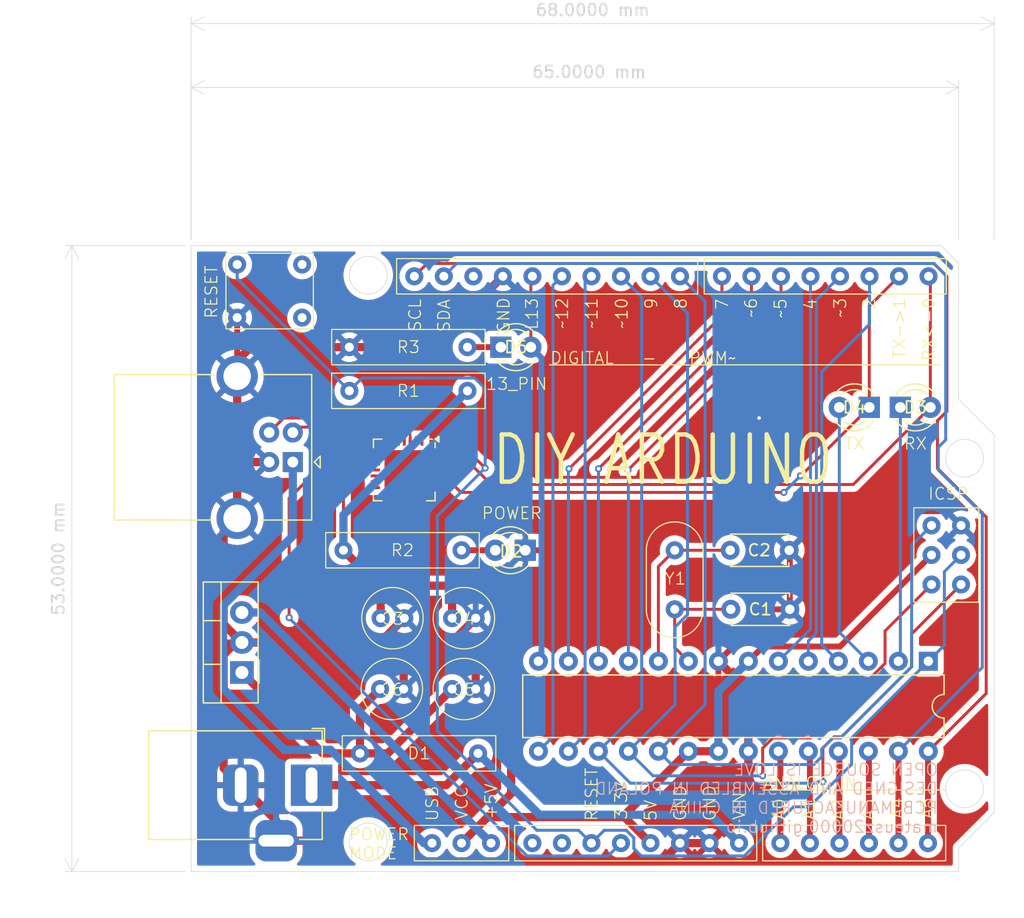
<source format=kicad_pcb>
(kicad_pcb (version 20240108) (generator "pcbnew") (generator_version "8.0")
  (title_block (title "DIY Arduino") (date "2025-08-15") (rev "1") (company "Mateusz Rzeszótko") (comment 1 "https://mateusz20000.github.io/"))
  (layers (0 "F.Cu" signal) (31 "B.Cu" signal) (34 "B.Paste" user) (35 "F.Paste" user) (36 "B.SilkS" user "B.Silkscreen") (37 "F.SilkS" user "F.Silkscreen") (38 "B.Mask" user) (39 "F.Mask" user) (44 "Edge.Cuts" user))
  (net 0 "")
  (net 1 "Net-(U1-XTAL1{slash}PB6)")
  (net 2 "GND")
  (net 3 "Net-(U1-XTAL2{slash}PB7)")
  (net 4 "VCC")
  (net 5 "Net-(D1-K)")
  (net 6 "/VIN")
  (net 7 "Net-(D2-A)")
  (net 8 "/RXD")
  (net 9 "Net-(D3-K)")
  (net 10 "/TXD")
  (net 11 "Net-(D4-A)")
  (net 12 "Net-(D5-K)")
  (net 13 "Net-(D5-A)")
  (net 14 "Net-(J1-Pin_4)")
  (net 15 "Net-(J1-Pin_2)")
  (net 16 "/SDA")
  (net 17 "Net-(J1-Pin_3)")
  (net 18 "/SCL")
  (net 19 "Net-(J1-Pin_1)")
  (net 20 "Net-(J2-Pin_5)")
  (net 21 "Net-(J2-Pin_6)")
  (net 22 "Net-(J2-Pin_4)")
  (net 23 "Net-(J2-Pin_8)")
  (net 24 "Net-(J2-Pin_7)")
  (net 25 "Net-(J2-Pin_3)")
  (net 26 "Net-(J3-Pin_9)")
  (net 27 "Net-(J3-Pin_6)")
  (net 29 "Net-(J3-Pin_7)")
  (net 30 "Net-(J3-Pin_8)")
  (net 31 "Net-(J3-Pin_10)")
  (net 32 "/RST")
  (net 33 "/+5V")
  (net 34 "/USB_5V")
  (net 35 "/+3.3V")
  (net 38 "Net-(J8-D+)")
  (net 39 "Net-(J8-D-)")
  (footprint "LED_THT:LED_D3.0mm" (layer "F.Cu") (at 138.18 83.3)
    (property "Reference" "D5")
    (property "Value" "13P_LED")
  )
  (footprint "Capacitor_THT:C_Disc_D4.7mm_W2.5mm_P5.00mm" (layer "F.Cu") (at 157.65 105.5)
    (property "Reference" "C1")
    (property "Value" "22 pF")
  )
  (footprint "Library:6 Pin Connector" (layer "F.Cu") (at 161.85 125.3)
    (property "Reference" "J1" (hide yes))
    (property "Value" "Analog Pins")
  )
  (footprint "Library:Capacitor Pad" (layer "F.Cu") (at 135.05 106.25)
    (property "Reference" "C4")
    (property "Value" "10uF")
  )
  (footprint "Library:2 Pad" (layer "F.Cu") (at 126.25 117.7)
    (property "Reference" "D1")
    (property "Value" "D")
  )
  (footprint "Library:2 Pad" (layer "F.Cu") (at 135.35 83.3 180)
    (property "Reference" "R3")
    (property "Value" "1K")
  )
  (footprint "Library:Capacitor Pad" (layer "F.Cu") (at 135.05 112.25)
    (property "Reference" "C5")
    (property "Value" "0.1uF")
  )
  (footprint "Library:Capacitor Pad" (layer "F.Cu") (at 128.95 112.25)
    (property "Reference" "C6")
    (property "Value" "100uF/25V")
  )
  (footprint "Capacitor_THT:C_Disc_D4.7mm_W2.5mm_P5.00mm" (layer "F.Cu") (at 157.6 100.5)
    (property "Reference" "C2")
    (property "Value" "22 pF")
  )
  (footprint "Library:10 Pin Connector" (layer "F.Cu") (at 130.85 77.3)
    (property "Reference" "J3" (hide yes))
    (property "Value" "Digital Pins")
  )
  (footprint "Package_DFN_QFN:QFN-28-1EP_5x5mm_P0.5mm_EP3.35x3.35mm" (layer "F.Cu") (at 130 93.7 -90)
    (property "Reference" "U2" (hide yes))
    (property "Value" "CP2102N")
  )
  (footprint "Library:2 Pad" (layer "F.Cu") (at 124.85 100.5)
    (property "Reference" "R2")
    (property "Value" "1K")
  )
  (footprint "Library:3 Pin Connector" (layer "F.Cu") (at 132.35 125.3)
    (property "Reference" "J6" (hide yes))
    (property "Value" "Conector")
  )
  (footprint "LED_THT:LED_D3.0mm" (layer "F.Cu") (at 169.38 88.4 180)
    (property "Reference" "D4")
    (property "Value" "TX_LED")
  )
  (footprint "Library:8 Pin Connector" (layer "F.Cu") (at 174.4 77.3 180)
    (property "Reference" "J2" (hide yes))
    (property "Value" "Digital Pins")
  )
  (footprint "Library:8 Pin Connector" (layer "F.Cu") (at 140.85 125.3)
    (property "Reference" "J7" (hide yes))
    (property "Value" "PWR")
  )
  (footprint "Library:Capacitor Pad" (layer "F.Cu") (at 129 106.25)
    (property "Reference" "C3")
    (property "Value" "100 nF")
  )
  (footprint "Package_TO_SOT_THT:TO-220-3_Vertical" (layer "F.Cu") (at 116.25 110.85 90)
    (property "Reference" "U3" (hide yes))
    (property "Value" "LM7805")
  )
  (footprint "Library:2 Pad" (layer "F.Cu") (at 125.35 87)
    (property "Reference" "R1")
    (property "Value" "330")
  )
  (footprint "LED_THT:LED_D3.0mm" (layer "F.Cu") (at 140.25 100.5 180)
    (property "Reference" "D2")
    (property "Value" "ON_LED")
  )
  (footprint "Library:Button Pad" (layer "F.Cu") (at 118.6 78.55)
    (property "Reference" "SW1" (hide yes))
    (property "Value" "SW_SPST")
  )
  (footprint "Library:Oscillator Pad" (layer "F.Cu") (at 152.9 100.5 -90)
    (property "Reference" "Y1")
    (property "Value" "16MHz")
  )
  (footprint "Package_DIP:DIP-28_W7.62mm" (layer "F.Cu") (at 174.38 109.9 -90)
    (property "Reference" "U1" (hide yes))
    (property "Value" "ATmega328P-P")
  )
  (footprint "Connector_USB:USB_B_OST_USB-B1HSxx_Horizontal" (layer "F.Cu") (at 120.56 93.03 180)
    (property "Reference" "J8" (hide yes))
    (property "Value" "USB_B")
  )
  (footprint "Library:2x3 Pin Connector" (layer "F.Cu") (at 174.65 103.4 90)
    (property "Reference" "J4" (hide yes))
    (property "Value" "ICSP")
  )
  (footprint "Connector_BarrelJack:BarrelJack_Horizontal" (layer "F.Cu") (at 122.15 120.3925)
    (property "Reference" "J5" (hide yes))
    (property "Value" "Barrel_Jack_Switch")
  )
  (footprint "LED_THT:LED_D3.0mm" (layer "F.Cu") (at 172.01 88.4)
    (property "Reference" "D3")
    (property "Value" "RX_LED")
  )
  (gr_line (start 160.35 120.8) (end 175.85 120.8) (stroke (width 0.1)) (layer "F.SilkS"))
  (gr_line (start 175.3 84.8) (end 142.3 84.8) (stroke (width 0.1)) (layer "F.SilkS"))
  (gr_line (start 111.95 127.7) (end 111.95 74.7) (stroke (width 0.05)) (layer "Edge.Cuts"))
  (gr_line (start 179.95 90.7) (end 176.95 87.7) (stroke (width 0.05)) (layer "Edge.Cuts"))
  (gr_line (start 176.95 125.7) (end 179.95 122.7) (stroke (width 0.05)) (layer "Edge.Cuts"))
  (gr_circle (center 177.45 120.7) (end 177.45 122.3) (stroke (width 0.05)) (fill none) (layer "Edge.Cuts"))
  (gr_line (start 176.95 76.2) (end 176.95 87.7) (stroke (width 0.05)) (layer "Edge.Cuts"))
  (gr_line (start 179.95 90.7) (end 179.95 122.7) (stroke (width 0.05)) (layer "Edge.Cuts"))
  (gr_line (start 176.95 76.2) (end 175.45 74.7) (stroke (width 0.05)) (layer "Edge.Cuts"))
  (gr_line (start 176.95 127.7) (end 176.95 125.7) (stroke (width 0.05)) (layer "Edge.Cuts"))
  (gr_line (start 175.45 74.7) (end 111.95 74.7) (stroke (width 0.05)) (layer "Edge.Cuts"))
  (gr_circle (center 126.95 125.2) (end 126.95 126.8) (stroke (width 0.05)) (fill none) (layer "Edge.Cuts"))
  (gr_circle (center 177.45 92.7) (end 177.45 94.3) (stroke (width 0.05)) (fill none) (layer "Edge.Cuts"))
  (gr_line (start 111.95 127.7) (end 176.95 127.7) (stroke (width 0.05)) (layer "Edge.Cuts"))
  (gr_circle (center 126.95 77.2) (end 126.95 78.8) (stroke (width 0.05)) (fill none) (layer "Edge.Cuts"))
  (gr_text "OPEN SOURCE IS LOVE\nDESIGNED AND ASSEMBLED IN POLAND\nPCB MANUFACTURED IN CHINA\nmateusz20000.github.io" (at 175.25 124.5 0) (layer "B.SilkS") (effects (font (size 1 1) (thickness 0.1)) (justify left bottom mirror)))
  (gr_text "7" (at 157.5 80.2 90) (layer "F.SilkS") (effects (font (size 1 1) (thickness 0.1)) (justify left bottom)))
  (gr_text "SDA" (at 133.95 82.1 90) (layer "F.SilkS") (effects (font (size 1 1) (thickness 0.1)) (justify left bottom)))
  (gr_text "8" (at 154 80.15 90) (layer "F.SilkS") (effects (font (size 1 1) (thickness 0.1)) (justify left bottom)))
  (gr_text "VCC" (at 135.45 123.4 90) (layer "F.SilkS") (effects (font (size 1 1) (thickness 0.1)) (justify left bottom)))
  (gr_text "4" (at 165 80.2 90) (layer "F.SilkS") (effects (font (size 1 1) (thickness 0.1)) (justify left bottom)))
  (gr_text "TX->1" (at 172.5 84.35 90) (layer "F.SilkS") (effects (font (size 1 1) (thickness 0.1)) (justify left bottom)))
  (gr_text "RESET" (at 146.45 123.5 90) (layer "F.SilkS") (effects (font (size 1 1) (thickness 0.1)) (justify left bottom)))
  (gr_text "VIN" (at 158.95 123.4 90) (layer "F.SilkS") (effects (font (size 1 1) (thickness 0.1)) (justify left bottom)))
  (gr_text "A2" (at 167.35 123.4 90) (layer "F.SilkS") (effects (font (size 1 1) (thickness 0.1)) (justify left bottom)))
  (gr_text "2" (at 169.95 80.15 90) (layer "F.SilkS") (effects (font (size 1 1) (thickness 0.1)) (justify left bottom)))
  (gr_text "~11" (at 146.45 81.8 90) (layer "F.SilkS") (effects (font (size 1 1) (thickness 0.1)) (justify left bottom)))
  (gr_text "A0" (at 162.35 123.4 90) (layer "F.SilkS") (effects (font (size 1 1) (thickness 0.125)) (justify left bottom)))
  (gr_text "ANALOG IN" (at 160.35 120.8 0) (layer "F.SilkS") (effects (font (size 1 1) (thickness 0.1)) (justify left bottom)))
  (gr_text "TX" (at 167.2 92.05 0) (layer "F.SilkS") (effects (font (size 1 1) (thickness 0.1)) (justify left bottom)))
  (gr_text "5V" (at 151.45 123.5 90) (layer "F.SilkS") (effects (font (size 1 1) (thickness 0.1)) (justify left bottom)))
  (gr_text "13_PIN" (at 136.85 87 0) (layer "F.SilkS") (effects (font (size 1 1) (thickness 0.1)) (justify left bottom)))
  (gr_text "~10" (at 149 81.8 90) (layer "F.SilkS") (effects (font (size 1 1) (thickness 0.1)) (justify left bottom)))
  (gr_text "A3" (at 169.85 123.4 90) (layer "F.SilkS") (effects (font (size 1 1) (thickness 0.1)) (justify left bottom)))
  (gr_text "L13" (at 141.4 81.9 90) (layer "F.SilkS") (effects (font (size 1 1) (thickness 0.1)) (justify left bottom)))
  (gr_text "POWER" (at 136.5 97.95 0) (layer "F.SilkS") (effects (font (size 1 1) (thickness 0.1)) (justify left bottom)))
  (gr_text "A1" (at 164.85 123.4 90) (layer "F.SilkS") (effects (font (size 1 1) (thickness 0.125)) (justify left bottom)))
  (gr_text "~3" (at 167.5 80.85 90) (layer "F.SilkS") (effects (font (size 1 1) (thickness 0.1)) (justify left bottom)))
  (gr_text "3.3V" (at 148.95 123.4 90) (layer "F.SilkS") (effects (font (size 1 1) (thickness 0.1)) (justify left bottom)))
  (gr_text "~12" (at 143.95 81.8 90) (layer "F.SilkS") (effects (font (size 1 1) (thickness 0.1)) (justify left bottom)))
  (gr_text "RX<-0" (at 175 84.55 90) (layer "F.SilkS") (effects (font (size 1 1) (thickness 0.1)) (justify left bottom)))
  (gr_text "POWER\nMODE" (at 125.25 126.75 0) (layer "F.SilkS") (effects (font (size 1 1) (thickness 0.1)) (justify left bottom)))
  (gr_text "RX" (at 172.25 92.05 0) (layer "F.SilkS") (effects (font (size 1 1) (thickness 0.1)) (justify left bottom)))
  (gr_text "RESET" (at 114.25 80.95 90) (layer "F.SilkS") (effects (font (size 1 1) (thickness 0.1)) (justify left bottom)))
  (gr_text "~6" (at 159.95 80.85 90) (layer "F.SilkS") (effects (font (size 1 1) (thickness 0.1)) (justify left bottom)))
  (gr_text "USB" (at 132.95 123.5 90) (layer "F.SilkS") (effects (font (size 1 1) (thickness 0.1)) (justify left bottom)))
  (gr_text "GND" (at 139 82.2 90) (layer "F.SilkS") (effects (font (size 1 1) (thickness 0.1)) (justify left bottom)))
  (gr_text "~5" (at 162.45 80.9 90) (layer "F.SilkS") (effects (font (size 1 1) (thickness 0.1)) (justify left bottom)))
  (gr_text "+5V" (at 137.95 123.35 90) (layer "F.SilkS") (effects (font (size 1 1) (thickness 0.1)) (justify left bottom)))
  (gr_text "A4" (at 172.35 123.3 90) (layer "F.SilkS") (effects (font (size 1 1) (thickness 0.1)) (justify left bottom)))
  (gr_text "SCL" (at 131.5 82.05 90) (layer "F.SilkS") (effects (font (size 1 1) (thickness 0.1)) (justify left bottom)))
  (gr_text "A5" (at 174.85 123.3 90) (layer "F.SilkS") (effects (font (size 1 1) (thickness 0.1)) (justify left bottom)))
  (gr_text "DIGITAL	-	PWM~" (at 142.3 84.8 0) (layer "F.SilkS") (effects (font (size 1 1) (thickness 0.1)) (justify left bottom)))
  (gr_text "GND" (at 153.95 123.5 90) (layer "F.SilkS") (effects (font (size 1 1) (thickness 0.1)) (justify left bottom)))
  (gr_text "GND" (at 156.45 123.5 90) (layer "F.SilkS") (effects (font (size 1 1) (thickness 0.1)) (justify left bottom)))
  (gr_text "DIY ARDUINO" (at 137.3 95.2 0) (layer "F.SilkS") (effects (font (size 4 3) (thickness 0.375)) (justify left bottom)))
  (gr_text "ICSP" (at 174.3 96.3 0) (layer "F.SilkS") (effects (font (size 1 1) (thickness 0.1)) (justify left bottom)))
  (gr_text "9" (at 151.5 80.15 90) (layer "F.SilkS") (effects (font (size 1 1) (thickness 0.1)) (justify left bottom)))
  (dimension (type aligned) (layer "Edge.Cuts") (pts (xy 111.95 74.7) (xy 111.95 127.7)) (height 10.1) (gr_text "53.0000 mm" (at 100.7 101.2 90) (layer "Edge.Cuts") (effects (font (size 1 1) (thickness 0.15)))) (format (prefix "") (suffix "") (units 3) (units_format 1) (precision 4)) (style (thickness 0.05) (arrow_length 1.27) (text_position_mode 0) (extension_height 0.58642) (extension_offset 0.5) keep_text_aligned))
  (dimension (type aligned) (layer "Edge.Cuts") (pts (xy 111.95 74.7) (xy 176.95 74.7)) (height -13.4) (gr_text "65.0000 mm" (at 145.65 60 0) (layer "Edge.Cuts") (effects (font (size 1 1) (thickness 0.15)))) (format (prefix "") (suffix "") (units 3) (units_format 1) (precision 4)) (style (thickness 0.05) (arrow_length 1.27) (text_position_mode 2) (extension_height 0.58642) (extension_offset 0.5) keep_text_aligned))
  (dimension (type aligned) (layer "Edge.Cuts") (pts (xy 111.95 74.7) (xy 179.95 74.7)) (height -18.8) (gr_text "68.0000 mm" (at 145.95 54.75 0) (layer "Edge.Cuts") (effects (font (size 1 1) (thickness 0.15)))) (format (prefix "") (suffix "") (units 3) (units_format 1) (precision 4)) (style (thickness 0.05) (arrow_length 1.27) (text_position_mode 0) (extension_height 0.58642) (extension_offset 0.5) keep_text_aligned))
  (segment (start 152.9 108.74) (end 154.06 109.9) (width 0.25) (layer "F.Cu") (net 1))
  (segment (start 152.9 105.5) (end 152.9 108.74) (width 0.25) (layer "F.Cu") (net 1))
  (segment (start 157.65 105.5) (end 152.9 105.5) (width 0.25) (layer "F.Cu") (net 1))
  (segment (start 114.7 109.3475) (end 115.7375 108.31) (width 0.7) (layer "F.Cu") (net 2))
  (segment (start 155.025 94.325) (end 160.05 89.3) (width 0.25) (layer "F.Cu") (net 2))
  (segment (start 129.45 125.1) (end 129.45 123.1) (width 0.7) (layer "F.Cu") (net 2))
  (segment (start 153.35 125.3) (end 151.8 126.85) (width 0.7) (layer "F.Cu") (net 2))
  (segment (start 159.14 117.52) (end 159.14 122.01) (width 0.7) (layer "F.Cu") (net 2))
  (segment (start 156.6 109.9) (end 161 105.5) (width 0.5) (layer "F.Cu") (net 2))
  (segment (start 136.05 106.25) (end 133.99 108.31) (width 0.7) (layer "F.Cu") (net 2))
  (segment (start 162.6 100.5) (end 165.912 97.188) (width 0.5) (layer "F.Cu") (net 2))
  (segment (start 136.05 110.37) (end 133.99 108.31) (width 0.7) (layer "F.Cu") (net 2))
  (segment (start 131.2 126.85) (end 129.45 125.1) (width 0.7) (layer "F.Cu") (net 2))
  (segment (start 141.137749 94.325) (end 155.025 94.325) (width 0.25) (layer "F.Cu") (net 2))
  (segment (start 129.45 123.1) (end 128.95 122.6) (width 0.7) (layer "F.Cu") (net 2))
  (segment (start 175.938 97.188) (end 177.15 98.4) (width 0.5) (layer "F.Cu") (net 2))
  (segment (start 115.85 85.76) (end 115.85 84.444551) (width 0.7) (layer "F.Cu") (net 2))
  (segment (start 114.7 106.76) (end 114.7 98.95) (width 0.7) (layer "F.Cu") (net 2))
  (segment (start 130.5 91.25) (end 130.5 88.45) (width 0.2) (layer "F.Cu") (net 2))
  (segment (start 119.15 123.3925) (end 116.15 120.3925) (width 0.7) (layer "F.Cu") (net 2))
  (segment (start 159.14 117.52) (end 159.14 112.44) (width 0.7) (layer "F.Cu") (net 2))
  (segment (start 130 106.25) (end 127.94 108.31) (width 0.7) (layer "F.Cu") (net 2))
  (segment (start 159.14 122.01) (end 155.85 125.3) (width 0.7) (layer "F.Cu") (net 2))
  (segment (start 122.2575 125.0925) (end 119.15 125.0925) (width 0.7) (layer "F.Cu") (net 2))
  (segment (start 128.95 122.6) (end 124.75 122.6) (width 0.7) (layer "F.Cu") (net 2))
  (segment (start 151.8 126.85) (end 131.2 126.85) (width 0.7) (layer "F.Cu") (net 2))
  (segment (start 162.65 100.55) (end 162.6 100.5) (width 0.5) (layer "F.Cu") (net 2))
  (segment (start 161 105.5) (end 162.65 105.5) (width 0.5) (layer "F.Cu") (net 2))
  (segment (start 165.912 97.188) (end 175.938 97.188) (width 0.5) (layer "F.Cu") (net 2))
  (segment (start 132.35 85.537251) (end 141.137749 94.325) (width 0.25) (layer "F.Cu") (net 2))
  (segment (start 116.98 93.03) (end 115.85 91.9) (width 0.7) (layer "F.Cu") (net 2))
  (segment (start 159.14 112.44) (end 156.6 109.9) (width 0.7) (layer "F.Cu") (net 2))
  (segment (start 124.75 122.6) (end 122.2575 125.0925) (width 0.7) (layer "F.Cu") (net 2))
  (segment (start 133.99 108.31) (end 127.94 108.31) (width 0.7) (layer "F.Cu") (net 2))
  (segment (start 114.7 98.95) (end 115.85 97.8) (width 0.7) (layer "F.Cu") (net 2))
  (segment (start 130 93.7) (end 130.5 93.2) (width 0.25) (layer "F.Cu") (net 2))
  (segment (start 118.56 93.03) (end 116.98 93.03) (width 0.7) (layer "F.Cu") (net 2))
  (segment (start 136.05 112.25) (end 136.05 110.37) (width 0.7) (layer "F.Cu") (net 2))
  (segment (start 125.35 83.3) (end 132.35 83.3) (width 0.7) (layer "F.Cu") (net 2))
  (segment (start 127.94 108.31) (end 116.25 108.31) (width 0.7) (layer "F.Cu") (net 2))
  (segment (start 115.85 91.9) (end 115.85 85.76) (width 0.7) (layer "F.Cu") (net 2))
  (segment (start 115.85 84.444551) (end 116.994551 83.3) (width 0.7) (layer "F.Cu") (net 2))
  (segment (start 130.5 93.2) (end 130.5 91.25) (width 0.25) (layer "F.Cu") (net 2))
  (segment (start 116.15 120.3925) (end 114.7 118.9425) (width 0.7) (layer "F.Cu") (net 2))
  (segment (start 162.65 105.5) (end 162.65 100.55) (width 0.5) (layer "F.Cu") (net 2))
  (segment (start 153.35 125.3) (end 155.85 125.3) (width 0.7) (layer "F.Cu") (net 2))
  (segment (start 116.994551 83.3) (end 125.35 83.3) (width 0.7) (layer "F.Cu") (net 2))
  (segment (start 132.35 83.3) (end 138.35 77.3) (width 0.7) (layer "F.Cu") (net 2))
  (segment (start 129.95 110.32) (end 127.94 108.31) (width 0.7) (layer "F.Cu") (net 2))
  (segment (start 115.85 85.76) (end 115.85 80.8) (width 0.5) (layer "F.Cu") (net 2))
  (segment (start 119.15 125.0925) (end 119.15 123.3925) (width 0.7) (layer "F.Cu") (net 2))
  (segment (start 115.85 97.8) (end 115.85 91.9) (width 0.7) (layer "F.Cu") (net 2))
  (segment (start 130.5 88.45) (end 125.35 83.3) (width 0.2) (layer "F.Cu") (net 2))
  (segment (start 114.7 118.9425) (end 114.7 109.3475) (width 0.7) (layer "F.Cu") (net 2))
  (segment (start 129.95 112.25) (end 129.95 110.32) (width 0.7) (layer "F.Cu") (net 2))
  (segment (start 115.7375 108.31) (end 116.25 108.31) (width 0.7) (layer "F.Cu") (net 2))
  (segment (start 116.25 108.31) (end 114.7 106.76) (width 0.7) (layer "F.Cu") (net 2))
  (segment (start 132.35 83.3) (end 132.35 85.537251) (width 0.25) (layer "F.Cu") (net 2))
  (via (at 160.05 89.3) (size 0.6) (drill 0.3) (layers "F.Cu" "B.Cu") (net 2))
  (segment (start 136.05 104.7) (end 140.25 100.5) (width 0.5) (layer "B.Cu") (net 2))
  (segment (start 136.05 106.25) (end 136.05 104.7) (width 0.5) (layer "B.Cu") (net 2))
  (segment (start 157.6 100.5) (end 152.9 100.5) (width 0.25) (layer "F.Cu") (net 3))
  (segment (start 151.52 101.88) (end 151.52 109.9) (width 0.25) (layer "F.Cu") (net 3))
  (segment (start 152.9 100.5) (end 151.52 101.88) (width 0.25) (layer "F.Cu") (net 3))
  (segment (start 124.85 94.45026) (end 124.85 100.5) (width 0.25) (layer "F.Cu") (net 4))
  (segment (start 139.05 121.1) (end 139.05 105.1) (width 0.7) (layer "F.Cu") (net 4))
  (segment (start 137.45 103.5) (end 134.95 103.5) (width 0.7) (layer "F.Cu") (net 4))
  (segment (start 127.85 103.5) (end 124.85 100.5) (width 0.7) (layer "F.Cu") (net 4))
  (segment (start 127.10026 92.2) (end 124.85 94.45026) (width 0.25) (layer "F.Cu") (net 4))
  (segment (start 134.95 103.5) (end 128.25 103.5) (width 0.7) (layer "F.Cu") (net 4))
  (segment (start 148.65 123.1) (end 148.65 122.93) (width 0.7) (layer "F.Cu") (net 4))
  (segment (start 174.65 100.9) (end 166.9 108.65) (width 0.5) (layer "F.Cu") (net 4))
  (segment (start 137.05 123.1) (end 148.65 123.1) (width 0.7) (layer "F.Cu") (net 4))
  (segment (start 137.05 123.1) (end 139.05 121.1) (width 0.7) (layer "F.Cu") (net 4))
  (segment (start 160.39 108.65) (end 159.14 109.9) (width 0.5) (layer "F.Cu") (net 4))
  (segment (start 128 106.25) (end 128 103.75) (width 0.7) (layer "F.Cu") (net 4))
  (segment (start 139.05 105.1) (end 137.45 103.5) (width 0.7) (layer "F.Cu") (net 4))
  (segment (start 166.9 108.65) (end 160.39 108.65) (width 0.5) (layer "F.Cu") (net 4))
  (segment (start 134.85 125.3) (end 137.05 123.1) (width 0.7) (layer "F.Cu") (net 4))
  (segment (start 134.05 106.25) (end 134.05 104.4) (width 0.7) (layer "F.Cu") (net 4))
  (segment (start 154.06 117.52) (end 156.6 117.52) (width 0.7) (layer "F.Cu") (net 4))
  (segment (start 134.05 104.4) (end 134.95 103.5) (width 0.7) (layer "F.Cu") (net 4))
  (segment (start 127.55 92.2) (end 127.10026 92.2) (width 0.25) (layer "F.Cu") (net 4))
  (segment (start 128.25 103.5) (end 127.85 103.5) (width 0.7) (layer "F.Cu") (net 4))
  (segment (start 148.65 122.93) (end 154.06 117.52) (width 0.7) (layer "F.Cu") (net 4))
  (segment (start 148.65 123.1) (end 150.85 125.3) (width 0.7) (layer "F.Cu") (net 4))
  (segment (start 128 103.75) (end 128.25 103.5) (width 0.7) (layer "F.Cu") (net 4))
  (segment (start 156.6 117.52) (end 156.6 112.44) (width 0.7) (layer "B.Cu") (net 4))
  (segment (start 156.6 112.44) (end 159.14 109.9) (width 0.7) (layer "B.Cu") (net 4))
  (segment (start 124.85 97.5) (end 135.35 87) (width 0.7) (layer "B.Cu") (net 4))
  (segment (start 124.85 100.5) (end 124.85 97.5) (width 0.7) (layer "B.Cu") (net 4))
  (segment (start 128.6 117.7) (end 134.05 112.25) (width 0.7) (layer "F.Cu") (net 5))
  (segment (start 126.25 113.95) (end 127.95 112.25) (width 0.7) (layer "F.Cu") (net 5))
  (segment (start 126.25 117.7) (end 128.6 117.7) (width 0.7) (layer "F.Cu") (net 5))
  (segment (start 123.1 117.7) (end 116.25 110.85) (width 0.7) (layer "F.Cu") (net 5))
  (segment (start 126.25 117.7) (end 126.59 117.7) (width 0.64) (layer "F.Cu") (net 5))
  (segment (start 126.25 117.7) (end 126.25 113.95) (width 0.7) (layer "F.Cu") (net 5))
  (segment (start 126.25 117.7) (end 123.1 117.7) (width 0.7) (layer "F.Cu") (net 5))
  (segment (start 122.15 120.3925) (end 133.5575 120.3925) (width 0.7) (layer "F.Cu") (net 6))
  (segment (start 133.5575 120.3925) (end 136.25 117.7) (width 0.7) (layer "F.Cu") (net 6))
  (segment (start 155.95 122.9) (end 141.45 122.9) (width 0.7) (layer "B.Cu") (net 6))
  (segment (start 158.35 125.3) (end 155.95 122.9) (width 0.7) (layer "B.Cu") (net 6))
  (segment (start 141.45 122.9) (end 136.25 117.7) (width 0.7) (layer "B.Cu") (net 6))
  (segment (start 134.85 100.5) (end 137.71 100.5) (width 0.5) (layer "F.Cu") (net 7))
  (segment (start 132.45 93.2) (end 135.628865 93.2) (width 0.25) (layer "F.Cu") (net 8))
  (segment (start 137.359589 94.930724) (end 168.019276 94.930724) (width 0.25) (layer "F.Cu") (net 8))
  (segment (start 174.55 77.45) (end 174.4 77.3) (width 0.25) (layer "F.Cu") (net 8))
  (segment (start 135.628865 93.2) (end 137.359589 94.930724) (width 0.25) (layer "F.Cu") (net 8))
  (segment (start 174.55 88.4) (end 174.55 77.45) (width 0.25) (layer "F.Cu") (net 8))
  (segment (start 168.019276 94.930724) (end 174.55 88.4) (width 0.25) (layer "F.Cu") (net 8))
  (segment (start 172.01 88.4) (end 172.01 109.73) (width 0.25) (layer "B.Cu") (net 9))
  (segment (start 172.01 109.73) (end 171.84 109.9) (width 0.25) (layer "B.Cu") (net 9))
  (segment (start 169.38 88.4) (end 169.38 79.82) (width 0.25) (layer "F.Cu") (net 10))
  (segment (start 132.45 93.7) (end 132.89974 93.7) (width 0.25) (layer "F.Cu") (net 10))
  (segment (start 132.89974 93.7) (end 134.79974 95.6) (width 0.25) (layer "F.Cu") (net 10))
  (segment (start 163.58 94.2) (end 169.38 88.4) (width 0.25) (layer "F.Cu") (net 10))
  (segment (start 163.55 94.2) (end 163.58 94.2) (width 0.25) (layer "F.Cu") (net 10))
  (segment (start 134.79974 95.6) (end 162.15 95.6) (width 0.25) (layer "F.Cu") (net 10))
  (segment (start 169.38 79.82) (end 171.9 77.3) (width 0.25) (layer "F.Cu") (net 10))
  (via (at 162.15 95.6) (size 0.6) (drill 0.3) (layers "F.Cu" "B.Cu") (net 10))
  (via (at 163.55 94.2) (size 0.6) (drill 0.3) (layers "F.Cu" "B.Cu") (net 10))
  (segment (start 162.15 95.6) (end 163.55 94.2) (width 0.25) (layer "B.Cu") (net 10))
  (segment (start 166.84 88.4) (end 166.84 107.44) (width 0.25) (layer "B.Cu") (net 11))
  (segment (start 166.84 107.44) (end 169.3 109.9) (width 0.25) (layer "B.Cu") (net 11))
  (segment (start 138.18 83.3) (end 135.35 83.3) (width 0.5) (layer "F.Cu") (net 12))
  (segment (start 140.72 83.3) (end 140.72 77.43) (width 0.25) (layer "F.Cu") (net 13))
  (segment (start 140.72 77.43) (end 140.85 77.3) (width 0.25) (layer "F.Cu") (net 13))
  (segment (start 140.85 83.17) (end 140.72 83.3) (width 0.2) (layer "F.Cu") (net 13))
  (segment (start 141.62 109.64) (end 141.36 109.9) (width 0.5) (layer "B.Cu") (net 13))
  (segment (start 140.72 83.3) (end 141.62 84.2) (width 0.5) (layer "B.Cu") (net 13))
  (segment (start 141.62 84.2) (end 141.62 109.64) (width 0.5) (layer "B.Cu") (net 13))
  (segment (start 141.45 109.81) (end 141.36 109.9) (width 0.2) (layer "B.Cu") (net 13))
  (segment (start 169.35 125.3) (end 169.35 117.57) (width 0.5) (layer "F.Cu") (net 14))
  (segment (start 169.3 125.25) (end 169.35 125.3) (width 0.5) (layer "F.Cu") (net 14))
  (segment (start 169.35 117.57) (end 169.3 117.52) (width 0.5) (layer "F.Cu") (net 14))
  (segment (start 164.35 117.65) (end 164.22 117.52) (width 0.5) (layer "F.Cu") (net 15))
  (segment (start 164.35 125.3) (end 164.35 117.65) (width 0.5) (layer "F.Cu") (net 15))
  (segment (start 164.22 125.17) (end 164.35 125.3) (width 0.5) (layer "F.Cu") (net 15))
  (segment (start 171.85 125.3) (end 171.85 117.53) (width 0.5) (layer "F.Cu") (net 16))
  (segment (start 171.85 117.53) (end 171.84 117.52) (width 0.5) (layer "F.Cu") (net 16))
  (segment (start 171.84 125.29) (end 171.85 125.3) (width 0.5) (layer "F.Cu") (net 16))
  (segment (start 133.35 77.3) (end 134.437 76.213) (width 0.25) (layer "B.Cu") (net 16))
  (segment (start 174.850251 76.213) (end 175.85 77.212749) (width 0.25) (layer "B.Cu") (net 16))
  (segment (start 178.95 110.41) (end 171.84 117.52) (width 0.25) (layer "B.Cu") (net 16))
  (segment (start 175.85 91.149791) (end 175.222466 91.777325) (width 0.25) (layer "B.Cu") (net 16))
  (segment (start 175.85 77.212749) (end 175.85 91.149791) (width 0.25) (layer "B.Cu") (net 16))
  (segment (start 175.222466 91.777325) (end 175.222466 93.697466) (width 0.25) (layer "B.Cu") (net 16))
  (segment (start 134.437 76.213) (end 174.850251 76.213) (width 0.25) (layer "B.Cu") (net 16))
  (segment (start 178.825 97.3) (end 178.95 97.3) (width 0.25) (layer "B.Cu") (net 16))
  (segment (start 175.222466 93.697466) (end 178.825 97.3) (width 0.25) (layer "B.Cu") (net 16))
  (segment (start 178.95 97.3) (end 178.95 110.41) (width 0.25) (layer "B.Cu") (net 16))
  (segment (start 166.85 117.61) (end 166.76 117.52) (width 0.5) (layer "F.Cu") (net 17))
  (segment (start 166.76 125.21) (end 166.85 125.3) (width 0.5) (layer "F.Cu") (net 17))
  (segment (start 166.85 125.3) (end 166.85 117.61) (width 0.5) (layer "F.Cu") (net 17))
  (segment (start 174.38 125.27) (end 174.35 125.3) (width 0.5) (layer "F.Cu") (net 18))
  (segment (start 174.850251 76.213) (end 131.937 76.213) (width 0.25) (layer "F.Cu") (net 18))
  (segment (start 175.95 88.732412) (end 175.95 77.312749) (width 0.25) (layer "F.Cu") (net 18))
  (segment (start 174.35 117.55) (end 174.38 117.52) (width 0.5) (layer "F.Cu") (net 18))
  (segment (start 174.38 117.52) (end 179.282467 112.617533) (width 0.25) (layer "F.Cu") (net 18))
  (segment (start 174.35 125.3) (end 174.35 117.55) (width 0.5) (layer "F.Cu") (net 18))
  (segment (start 175.15 89.532412) (end 175.95 88.732412) (width 0.25) (layer "F.Cu") (net 18))
  (segment (start 179.282467 112.617533) (end 179.282467 97.682676) (width 0.25) (layer "F.Cu") (net 18))
  (segment (start 175.15 93.550209) (end 175.15 89.532412) (width 0.25) (layer "F.Cu") (net 18))
  (segment (start 179.282467 97.682676) (end 175.15 93.550209) (width 0.25) (layer "F.Cu") (net 18))
  (segment (start 175.95 77.312749) (end 174.850251 76.213) (width 0.25) (layer "F.Cu") (net 18))
  (segment (start 131.937 76.213) (end 130.85 77.3) (width 0.25) (layer "F.Cu") (net 18))
  (segment (start 161.85 125.3) (end 161.85 117.69) (width 0.5) (layer "F.Cu") (net 19))
  (segment (start 161.68 125.13) (end 161.85 125.3) (width 0.5) (layer "F.Cu") (net 19))
  (segment (start 161.85 117.69) (end 161.68 117.52) (width 0.5) (layer "F.Cu") (net 19))
  (segment (start 164.4 107.18) (end 164.4 77.3) (width 0.25) (layer "B.Cu") (net 20))
  (segment (start 161.68 109.9) (end 164.4 107.18) (width 0.25) (layer "B.Cu") (net 20))
  (segment (start 161.9 80.75) (end 148.95 93.7) (width 0.25) (layer "F.Cu") (net 21))
  (segment (start 161.9 77.3) (end 161.9 80.75) (width 0.25) (layer "F.Cu") (net 21))
  (via (at 148.95 93.7) (size 0.6) (drill 0.3) (layers "F.Cu" "B.Cu") (net 21))
  (segment (start 148.98 93.73) (end 148.98 109.9) (width 0.25) (layer "B.Cu") (net 21))
  (segment (start 148.95 93.7) (end 148.98 93.73) (width 0.25) (layer "B.Cu") (net 21))
  (segment (start 164.9 79.3) (end 164.9 107.5) (width 0.25) (layer "B.Cu") (net 22))
  (segment (start 166.9 77.3) (end 164.9 79.3) (width 0.25) (layer "B.Cu") (net 22))
  (segment (start 164.9 107.5) (end 164.22 108.18) (width 0.25) (layer "B.Cu") (net 22))
  (segment (start 164.22 108.18) (end 164.22 109.9) (width 0.25) (layer "B.Cu") (net 22))
  (segment (start 156.9 77.3) (end 156.9 80.65) (width 0.25) (layer "F.Cu") (net 23))
  (segment (start 156.9 80.65) (end 143.95 93.6) (width 0.25) (layer "F.Cu") (net 23))
  (via (at 143.95 93.6) (size 0.6) (drill 0.3) (layers "F.Cu" "B.Cu") (net 23))
  (segment (start 143.9 93.65) (end 143.9 109.9) (width 0.25) (layer "B.Cu") (net 23))
  (segment (start 143.95 93.6) (end 143.9 93.65) (width 0.25) (layer "B.Cu") (net 23))
  (segment (start 159.4 77.3) (end 159.4 80.65) (width 0.25) (layer "F.Cu") (net 24))
  (segment (start 159.4 80.65) (end 146.45 93.6) (width 0.25) (layer "F.Cu") (net 24))
  (via (at 146.45 93.6) (size 0.6) (drill 0.3) (layers "F.Cu" "B.Cu") (net 24))
  (segment (start 146.44 94.11) (end 146.44 109.9) (width 0.25) (layer "B.Cu") (net 24))
  (segment (start 146.45 94.1) (end 146.44 94.11) (width 0.25) (layer "B.Cu") (net 24))
  (segment (start 146.45 93.6) (end 146.45 94.1) (width 0.25) (layer "B.Cu") (net 24))
  (segment (start 169.4 81.35) (end 169.4 77.3) (width 0.25) (layer "B.Cu") (net 25))
  (segment (start 165.35 85.4) (end 169.4 81.35) (width 0.25) (layer "B.Cu") (net 25))
  (segment (start 166.76 109.9) (end 165.35 108.49) (width 0.25) (layer "B.Cu") (net 25))
  (segment (start 165.35 108.49) (end 165.35 85.4) (width 0.25) (layer "B.Cu") (net 25))
  (segment (start 174.65 103.4) (end 170.715 107.335) (width 0.25) (layer "F.Cu") (net 26))
  (segment (start 170.715 110.075991) (end 164.395991 116.395) (width 0.25) (layer "F.Cu") (net 26))
  (segment (start 170.715 107.335) (end 170.715 110.075991) (width 0.25) (layer "F.Cu") (net 26))
  (segment (start 160.35 117.259009) (end 160.35 119.6) (width 0.25) (layer "F.Cu") (net 26))
  (segment (start 161.214009 116.395) (end 160.35 117.259009) (width 0.25) (layer "F.Cu") (net 26))
  (segment (start 164.395991 116.395) (end 161.214009 116.395) (width 0.25) (layer "F.Cu") (net 26))
  (via (at 160.35 119.6) (size 0.6) (drill 0.3) (layers "F.Cu" "B.Cu") (net 26))
  (segment (start 160.35 119.6) (end 151.06 119.6) (width 0.25) (layer "B.Cu") (net 26))
  (segment (start 153.987 105.950251) (end 153.987 80.437) (width 0.25) (layer "B.Cu") (net 26))
  (segment (start 152.935 113.565) (end 152.935 107.002251) (width 0.25) (layer "B.Cu") (net 26))
  (segment (start 153.987 80.437) (end 150.85 77.3) (width 0.25) (layer "B.Cu") (net 26))
  (segment (start 148.98 117.52) (end 152.935 113.565) (width 0.25) (layer "B.Cu") (net 26))
  (segment (start 152.935 107.002251) (end 153.987 105.950251) (width 0.25) (layer "B.Cu") (net 26))
  (segment (start 151.06 119.6) (end 148.98 117.52) (width 0.25) (layer "B.Cu") (net 26))
  (segment (start 142.588001 78.061999) (end 142.588001 116.291999) (width 0.25) (layer "B.Cu") (net 27))
  (segment (start 143.35 77.3) (end 142.588001 78.061999) (width 0.25) (layer "B.Cu") (net 27))
  (segment (start 142.588001 116.291999) (end 141.36 117.52) (width 0.25) (layer "B.Cu") (net 27))
  (segment (start 145.315 77.835) (end 145.85 77.3) (width 0.25) (layer "B.Cu") (net 29))
  (segment (start 145.315 116.105) (end 145.315 77.835) (width 0.25) (layer "B.Cu") (net 29))
  (segment (start 143.9 117.52) (end 145.315 116.105) (width 0.25) (layer "B.Cu") (net 29))
  (segment (start 165.45 117.239009) (end 165.45 120.1) (width 0.25) (layer "F.Cu") (net 30))
  (segment (start 172.965 110.365991) (end 167.030991 116.3) (width 0.25) (layer "F.Cu") (net 30))
  (segment (start 167.030991 116.3) (end 166.389009 116.3) (width 0.25) (layer "F.Cu") (net 30))
  (segment (start 177.15 103.4) (end 172.965 107.585) (width 0.25) (layer "F.Cu") (net 30))
  (segment (start 166.389009 116.3) (end 165.45 117.239009) (width 0.25) (layer "F.Cu") (net 30))
  (segment (start 172.965 107.585) (end 172.965 110.365991) (width 0.25) (layer "F.Cu") (net 30))
  (via (at 165.45 120.1) (size 0.6) (drill 0.3) (layers "F.Cu" "B.Cu") (net 30))
  (segment (start 165.45 120.1) (end 165.05 120.1) (width 0.25) (layer "B.Cu") (net 30))
  (segment (start 150.105 113.855) (end 146.44 117.52) (width 0.25) (layer "B.Cu") (net 30))
  (segment (start 148.35 77.3) (end 150.105 79.055) (width 0.25) (layer "B.Cu") (net 30))
  (segment (start 164.925 120.225) (end 149.145 120.225) (width 0.25) (layer "B.Cu") (net 30))
  (segment (start 150.105 79.055) (end 150.105 113.855) (width 0.25) (layer "B.Cu") (net 30))
  (segment (start 149.145 120.225) (end 146.44 117.52) (width 0.25) (layer "B.Cu") (net 30))
  (segment (start 165.05 120.1) (end 164.925 120.225) (width 0.25) (layer "B.Cu") (net 30))
  (segment (start 152.645 118.645) (end 151.52 117.52) (width 0.25) (layer "B.Cu") (net 31))
  (segment (start 155.475 113.565) (end 155.475 79.425) (width 0.25) (layer "B.Cu") (net 31))
  (segment (start 165.35 117.339009) (end 165.35 117.980991) (width 0.25) (layer "B.Cu") (net 31))
  (segment (start 166.935991 116.395) (end 166.294009 116.395) (width 0.25) (layer "B.Cu") (net 31))
  (segment (start 166.294009 116.395) (end 165.35 117.339009) (width 0.25) (layer "B.Cu") (net 31))
  (segment (start 155.475 79.425) (end 153.35 77.3) (width 0.25) (layer "B.Cu") (net 31))
  (segment (start 151.52 117.52) (end 155.475 113.565) (width 0.25) (layer "B.Cu") (net 31))
  (segment (start 174.65 98.4) (end 172.965 100.085) (width 0.25) (layer "B.Cu") (net 31))
  (segment (start 164.685991 118.645) (end 152.645 118.645) (width 0.25) (layer "B.Cu") (net 31))
  (segment (start 172.965 110.365991) (end 166.935991 116.395) (width 0.25) (layer "B.Cu") (net 31))
  (segment (start 172.965 100.085) (end 172.965 110.365991) (width 0.25) (layer "B.Cu") (net 31))
  (segment (start 165.35 117.980991) (end 164.685991 118.645) (width 0.25) (layer "B.Cu") (net 31))
  (segment (start 135.512749 92.2) (end 136.85 93.537251) (width 0.25) (layer "F.Cu") (net 32))
  (segment (start 132.45 92.2) (end 135.512749 92.2) (width 0.25) (layer "F.Cu") (net 32))
  (via (at 136.85 93.537251) (size 0.6) (drill 0.3) (layers "F.Cu" "B.Cu") (net 32))
  (segment (start 164.288251 122.225) (end 162.962251 122.225) (width 0.25) (layer "B.Cu") (net 32))
  (segment (start 175.737 102.313) (end 175.737 108.543) (width 0.25) (layer "B.Cu") (net 32))
  (segment (start 135.963 85.913) (end 136.85 86.8) (width 0.25) (layer "B.Cu") (net 32))
  (segment (start 146.937 124.213) (end 145.85 125.3) (width 0.25) (layer "B.Cu") (net 32))
  (segment (start 167.885 116.395) (end 167.885 118.628251) (width 0.25) (layer "B.Cu") (net 32))
  (segment (start 174.38 109.9) (end 167.885 116.395) (width 0.25) (layer "B.Cu") (net 32))
  (segment (start 175.737 108.543) (end 174.38 109.9) (width 0.25) (layer "B.Cu") (net 32))
  (segment (start 141.225749 124.213) (end 144.763 124.213) (width 0.25) (layer "B.Cu") (net 32))
  (segment (start 144.763 124.213) (end 145.85 125.3) (width 0.25) (layer "B.Cu") (net 32))
  (segment (start 125.35 87) (end 126.437 85.913) (width 0.25) (layer "B.Cu") (net 32))
  (segment (start 167.885 118.628251) (end 164.288251 122.225) (width 0.25) (layer "B.Cu") (net 32))
  (segment (start 115.85 77.5) (end 125.35 87) (width 0.25) (layer "B.Cu") (net 32))
  (segment (start 149.437 125.750251) (end 149.437 124.849749) (width 0.25) (layer "B.Cu") (net 32))
  (segment (start 162.962251 122.225) (end 158.800251 126.387) (width 0.25) (layer "B.Cu") (net 32))
  (segment (start 136.85 86.8) (end 136.85 93.537251) (width 0.25) (layer "B.Cu") (net 32))
  (segment (start 115.85 76.3) (end 115.85 77.5) (width 0.25) (layer "B.Cu") (net 32))
  (segment (start 126.437 85.913) (end 135.963 85.913) (width 0.25) (layer "B.Cu") (net 32))
  (segment (start 177.15 100.9) (end 175.737 102.313) (width 0.25) (layer "B.Cu") (net 32))
  (segment (start 132.799573 97.587678) (end 132.799573 115.786824) (width 0.25) (layer "B.Cu") (net 32))
  (segment (start 149.437 124.849749) (end 148.800251 124.213) (width 0.25) (layer "B.Cu") (net 32))
  (segment (start 136.85 93.537251) (end 132.799573 97.587678) (width 0.25) (layer "B.Cu") (net 32))
  (segment (start 150.073749 126.387) (end 149.437 125.750251) (width 0.25) (layer "B.Cu") (net 32))
  (segment (start 148.800251 124.213) (end 146.937 124.213) (width 0.25) (layer "B.Cu") (net 32))
  (segment (start 132.799573 115.786824) (end 141.225749 124.213) (width 0.25) (layer "B.Cu") (net 32))
  (segment (start 158.800251 126.387) (end 150.073749 126.387) (width 0.25) (layer "B.Cu") (net 32))
  (segment (start 116.25 105.77) (end 117.82 105.77) (width 0.7) (layer "B.Cu") (net 33))
  (segment (start 117.82 105.77) (end 137.35 125.3) (width 0.7) (layer "B.Cu") (net 33))
  (segment (start 120.56 99.287644) (end 114.65 105.197644) (width 0.7) (layer "B.Cu") (net 34))
  (segment (start 123.7575 117.4) (end 131.6575 125.3) (width 0.7) (layer "B.Cu") (net 34))
  (segment (start 131.6575 125.3) (end 132.35 125.3) (width 0.7) (layer "B.Cu") (net 34))
  (segment (start 119.85 117.4) (end 123.7575 117.4) (width 0.7) (layer "B.Cu") (net 34))
  (segment (start 114.65 112.2) (end 119.85 117.4) (width 0.7) (layer "B.Cu") (net 34))
  (segment (start 114.65 105.197644) (end 114.65 112.2) (width 0.7) (layer "B.Cu") (net 34))
  (segment (start 120.56 93.03) (end 120.56 99.287644) (width 0.7) (layer "B.Cu") (net 34))
  (segment (start 120.25 96.1) (end 120.25 106.2) (width 0.25) (layer "F.Cu") (net 35))
  (segment (start 125.825 90.525) (end 120.25 96.1) (width 0.25) (layer "F.Cu") (net 35))
  (segment (start 129 90.80026) (end 128.72474 90.525) (width 0.25) (layer "F.Cu") (net 35))
  (segment (start 129 91.25) (end 129 90.80026) (width 0.25) (layer "F.Cu") (net 35))
  (segment (start 128.72474 90.525) (end 125.825 90.525) (width 0.25) (layer "F.Cu") (net 35))
  (via (at 120.25 106.2) (size 0.6) (drill 0.3) (layers "F.Cu" "B.Cu") (net 35))
  (segment (start 120.25 106.2) (end 120.25 106.237251) (width 0.25) (layer "B.Cu") (net 35))
  (segment (start 147.263 126.387) (end 148.35 125.3) (width 0.25) (layer "B.Cu") (net 35))
  (segment (start 120.25 106.237251) (end 140.399749 126.387) (width 0.25) (layer "B.Cu") (net 35))
  (segment (start 140.399749 126.387) (end 147.263 126.387) (width 0.25) (layer "B.Cu") (net 35))
  (segment (start 119.79 89.3) (end 118.56 90.53) (width 0.25) (layer "F.Cu") (net 38))
  (segment (start 128.772532 89.3) (end 119.79 89.3) (width 0.25) (layer "F.Cu") (net 38))
  (segment (start 130 90.527468) (end 128.772532 89.3) (width 0.25) (layer "F.Cu") (net 38))
  (segment (start 130 91.25) (end 130 90.527468) (width 0.25) (layer "F.Cu") (net 38))
  (segment (start 129.5 90.663864) (end 128.911136 90.075) (width 0.25) (layer "F.Cu") (net 39))
  (segment (start 128.911136 90.075) (end 121.015 90.075) (width 0.25) (layer "F.Cu") (net 39))
  (segment (start 121.015 90.075) (end 120.56 90.53) (width 0.25) (layer "F.Cu") (net 39))
  (segment (start 129.5 91.25) (end 129.5 90.663864) (width 0.25) (layer "F.Cu") (net 39))
  (zone (net 2) (net_name "GND") (layer "F.Cu") (connect_pads (clearance 0.5)) (min_thickness 0.25) (fill yes (thermal_gap 0.5) (thermal_bridge_width 0.5))
    (polygon (pts (xy 111.95 74.7) (xy 175.45 74.7) (xy 176.95 76.2) (xy 176.95 87.7) (xy 179.95 90.7) (xy 179.95 122.7) (xy 176.95 125.7) (xy 176.95 127.7) (xy 111.95 127.7)))
  )
  (zone (net 2) (net_name "GND") (layer "B.Cu") (priority 1) (connect_pads (clearance 0.5)) (min_thickness 0.25) (fill yes (thermal_gap 0.5) (thermal_bridge_width 0.5))
    (polygon (pts (xy 111.95 74.7) (xy 175.45 74.7) (xy 176.95 76.2) (xy 176.95 87.7) (xy 179.95 90.7) (xy 179.95 122.7) (xy 176.95 125.7) (xy 176.95 127.7) (xy 111.95 127.7)))
  )
)
</source>
